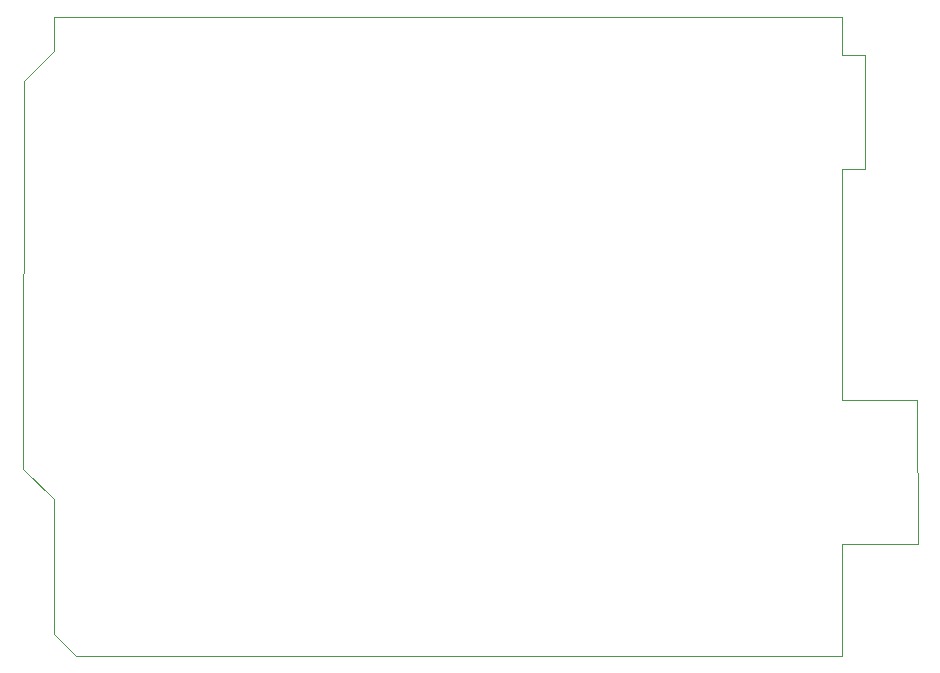
<source format=gbr>
%TF.GenerationSoftware,KiCad,Pcbnew,(6.0.6)*%
%TF.CreationDate,2022-11-26T23:59:25-08:00*%
%TF.ProjectId,AS-OPEN9BTN-UNOSHLD-01,41532d4f-5045-44e3-9942-544e2d554e4f,rev?*%
%TF.SameCoordinates,Original*%
%TF.FileFunction,Profile,NP*%
%FSLAX46Y46*%
G04 Gerber Fmt 4.6, Leading zero omitted, Abs format (unit mm)*
G04 Created by KiCad (PCBNEW (6.0.6)) date 2022-11-26 23:59:25*
%MOMM*%
%LPD*%
G01*
G04 APERTURE LIST*
%TA.AperFunction,Profile*%
%ADD10C,0.100000*%
%TD*%
G04 APERTURE END LIST*
D10*
X40309800Y-67284600D02*
X40335200Y-64414400D01*
X37769800Y-69824600D02*
X40309800Y-67284600D01*
X37719000Y-102692200D02*
X37769800Y-69824600D01*
X40309800Y-105257600D02*
X37719000Y-102692200D01*
X40309800Y-116662200D02*
X40309800Y-105257600D01*
X42189400Y-118541800D02*
X40309800Y-116662200D01*
X107061000Y-118516400D02*
X42189400Y-118541800D01*
X107061000Y-109016800D02*
X107061000Y-118516400D01*
X113461800Y-109016800D02*
X107061000Y-109016800D01*
X113436400Y-96824800D02*
X113461800Y-109016800D01*
X107061000Y-96824800D02*
X113436400Y-96824800D01*
X107061000Y-77241400D02*
X107061000Y-96824800D01*
X108991400Y-77241400D02*
X107061000Y-77241400D01*
X108991400Y-67614800D02*
X108991400Y-77241400D01*
X107086400Y-67589400D02*
X108991400Y-67614800D01*
X107086400Y-64389000D02*
X107086400Y-67589400D01*
X40335200Y-64414400D02*
X107086400Y-64389000D01*
M02*

</source>
